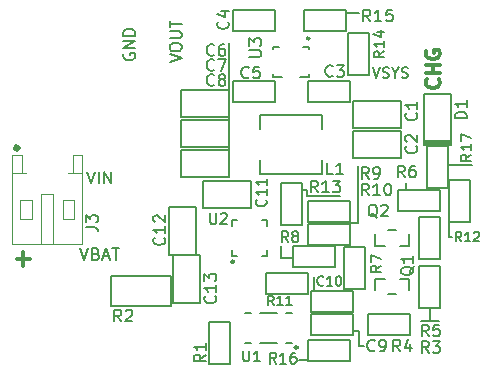
<source format=gto>
G04 #@! TF.GenerationSoftware,KiCad,Pcbnew,5.0.1-33cea8e~68~ubuntu18.04.1*
G04 #@! TF.CreationDate,2018-11-28T03:54:02-05:00*
G04 #@! TF.ProjectId,psu,7073752E6B696361645F706362000000,rev?*
G04 #@! TF.SameCoordinates,Original*
G04 #@! TF.FileFunction,Legend,Top*
G04 #@! TF.FilePolarity,Positive*
%FSLAX46Y46*%
G04 Gerber Fmt 4.6, Leading zero omitted, Abs format (unit mm)*
G04 Created by KiCad (PCBNEW 5.0.1-33cea8e~68~ubuntu18.04.1) date Wed Nov 28 03:54:02 2018*
%MOMM*%
%LPD*%
G01*
G04 APERTURE LIST*
%ADD10C,0.200000*%
%ADD11C,0.300000*%
%ADD12C,0.250000*%
%ADD13C,0.180000*%
%ADD14C,0.500000*%
%ADD15C,0.120000*%
G04 APERTURE END LIST*
D10*
X166878000Y-105791000D02*
X166878000Y-105156000D01*
X172466000Y-103632000D02*
X170561000Y-103632000D01*
X170561000Y-109728000D02*
X170815000Y-109728000D01*
X170561000Y-108458000D02*
X170561000Y-109728000D01*
D11*
X169656071Y-96424642D02*
X169713214Y-96481785D01*
X169770357Y-96653214D01*
X169770357Y-96767500D01*
X169713214Y-96938928D01*
X169598928Y-97053214D01*
X169484642Y-97110357D01*
X169256071Y-97167500D01*
X169084642Y-97167500D01*
X168856071Y-97110357D01*
X168741785Y-97053214D01*
X168627500Y-96938928D01*
X168570357Y-96767500D01*
X168570357Y-96653214D01*
X168627500Y-96481785D01*
X168684642Y-96424642D01*
X169770357Y-95910357D02*
X168570357Y-95910357D01*
X169141785Y-95910357D02*
X169141785Y-95224642D01*
X169770357Y-95224642D02*
X168570357Y-95224642D01*
X168627500Y-94024642D02*
X168570357Y-94138928D01*
X168570357Y-94310357D01*
X168627500Y-94481785D01*
X168741785Y-94596071D01*
X168856071Y-94653214D01*
X169084642Y-94710357D01*
X169256071Y-94710357D01*
X169484642Y-94653214D01*
X169598928Y-94596071D01*
X169713214Y-94481785D01*
X169770357Y-94310357D01*
X169770357Y-94196071D01*
X169713214Y-94024642D01*
X169656071Y-93967500D01*
X169256071Y-93967500D01*
X169256071Y-94196071D01*
D10*
X157861000Y-120142000D02*
X158496000Y-120142000D01*
X158496000Y-106299000D02*
X161290000Y-106299000D01*
X158496000Y-105791000D02*
X158496000Y-106299000D01*
X158115000Y-105791000D02*
X158496000Y-105791000D01*
X162814000Y-108585000D02*
X162052000Y-108585000D01*
X162814000Y-103759000D02*
X162814000Y-108585000D01*
D11*
X133921571Y-111613142D02*
X135064428Y-111613142D01*
X134493000Y-112184571D02*
X134493000Y-111041714D01*
D10*
X151892000Y-103505000D02*
X151892000Y-93345000D01*
X162941000Y-118999000D02*
X163322000Y-118999000D01*
X162941000Y-117729000D02*
X162941000Y-118999000D01*
X162433000Y-117729000D02*
X162941000Y-117729000D01*
X159131000Y-113157000D02*
X159131000Y-114300000D01*
X156337000Y-111506000D02*
X157226000Y-111506000D01*
X156337000Y-110490000D02*
X156337000Y-111506000D01*
X168148000Y-116840000D02*
X169672000Y-116840000D01*
X168910000Y-116840000D02*
X168910000Y-115824000D01*
X161798000Y-90805000D02*
X162941000Y-90805000D01*
D12*
G04 #@! TO.C,U2*
X152320000Y-111855000D02*
G75*
G03X152320000Y-111855000I-100000J0D01*
G01*
D13*
X152170000Y-111355000D02*
X152620000Y-111355000D01*
X152170000Y-111355000D02*
X152170000Y-110905000D01*
X152170000Y-108355000D02*
X152620000Y-108355000D01*
X155170000Y-108355000D02*
X154720000Y-108355000D01*
X155170000Y-108355000D02*
X155170000Y-108805000D01*
X155170000Y-111355000D02*
X155170000Y-110905000D01*
X155170000Y-111355000D02*
X154720000Y-111355000D01*
X152170000Y-108355000D02*
X152170000Y-108805000D01*
D12*
G04 #@! TO.C,U1*
X157732500Y-119125000D02*
G75*
G03X157732500Y-119125000I-125000J0D01*
G01*
D13*
X156757500Y-116225000D02*
X157257500Y-116225000D01*
X154557500Y-118725000D02*
X155957500Y-118725000D01*
X154557500Y-116225000D02*
X155957500Y-116225000D01*
X153757500Y-118725000D02*
X153257500Y-118725000D01*
X153257500Y-116225000D02*
X153757500Y-116225000D01*
X156707500Y-118725000D02*
X157257500Y-118725000D01*
D14*
G04 #@! TO.C,J3*
X134025000Y-102240000D02*
G75*
G03X134025000Y-102240000I-100000J0D01*
G01*
D15*
X137825000Y-106640000D02*
X138825000Y-106640000D01*
X137825000Y-108240000D02*
X137825000Y-106640000D01*
X138825000Y-108240000D02*
X137825000Y-108240000D01*
X138825000Y-106640000D02*
X138825000Y-108240000D01*
X135225000Y-106640000D02*
X134225000Y-106640000D01*
X135225000Y-108240000D02*
X135225000Y-106640000D01*
X134225000Y-108240000D02*
X135225000Y-108240000D01*
X134225000Y-106640000D02*
X134225000Y-108240000D01*
X139475000Y-104390000D02*
X138275000Y-104390000D01*
X138675000Y-102790000D02*
X138675000Y-104390000D01*
X139475000Y-102790000D02*
X138675000Y-102790000D01*
X139475000Y-110390000D02*
X139475000Y-102790000D01*
X133575000Y-110390000D02*
X139475000Y-110390000D01*
X133575000Y-102790000D02*
X133575000Y-110390000D01*
X134375000Y-102790000D02*
X133575000Y-102790000D01*
X134375000Y-104390000D02*
X134375000Y-102790000D01*
X134725000Y-104390000D02*
X133575000Y-104390000D01*
X137025000Y-106140000D02*
X137025000Y-110390000D01*
X136025000Y-106140000D02*
X137025000Y-106140000D01*
X136025000Y-110390000D02*
X136025000Y-106140000D01*
D12*
G04 #@! TO.C,U3*
X158712500Y-92932500D02*
G75*
G03X158712500Y-92932500I-100000J0D01*
G01*
D13*
X158662500Y-93682500D02*
X158212500Y-93682500D01*
X158662500Y-93682500D02*
X158662500Y-93882500D01*
X158662500Y-96182500D02*
X157962500Y-96182500D01*
X155662500Y-96182500D02*
X156362500Y-96182500D01*
X155662500Y-96182500D02*
X155662500Y-95982500D01*
X155662500Y-93682500D02*
X155662500Y-93882500D01*
X155662500Y-93682500D02*
X156112500Y-93682500D01*
X158662500Y-96182500D02*
X158662500Y-95982500D01*
G04 #@! TO.C,L1*
X159762500Y-99417500D02*
X159762500Y-100617500D01*
X154562500Y-99417500D02*
X154562500Y-100617500D01*
X154562500Y-104417500D02*
X154562500Y-103217500D01*
X159762500Y-104417500D02*
X159762500Y-103217500D01*
X154562500Y-99417500D02*
X159762500Y-99417500D01*
X159762500Y-104417500D02*
X154562500Y-104417500D01*
G04 #@! TO.C,Q1*
X165385000Y-114632500D02*
X166085000Y-114632500D01*
X167185000Y-113332500D02*
X167185000Y-114282500D01*
X164285000Y-113332500D02*
X164285000Y-114282500D01*
X167185000Y-113332500D02*
X166385000Y-113332500D01*
X164285000Y-113332500D02*
X165085000Y-113332500D01*
G04 #@! TO.C,Q2*
X166085000Y-109205000D02*
X165385000Y-109205000D01*
X164285000Y-110505000D02*
X164285000Y-109555000D01*
X167185000Y-110505000D02*
X167185000Y-109555000D01*
X164285000Y-110505000D02*
X165085000Y-110505000D01*
X167185000Y-110505000D02*
X166385000Y-110505000D01*
G04 #@! TO.C,C1*
X162433000Y-98234500D02*
X162433000Y-100520500D01*
X166497000Y-98234500D02*
X162433000Y-98234500D01*
X166497000Y-100520500D02*
X166497000Y-98234500D01*
X162433000Y-100520500D02*
X166497000Y-100520500D01*
G04 #@! TO.C,C2*
X162433000Y-100774500D02*
X162433000Y-103060500D01*
X166497000Y-100774500D02*
X162433000Y-100774500D01*
X166497000Y-103060500D02*
X166497000Y-100774500D01*
X162433000Y-103060500D02*
X166497000Y-103060500D01*
G04 #@! TO.C,C3*
X158559500Y-96583500D02*
X162115500Y-96583500D01*
X162115500Y-96583500D02*
X162115500Y-98361500D01*
X162115500Y-98361500D02*
X158559500Y-98361500D01*
X158559500Y-98361500D02*
X158559500Y-96583500D01*
G04 #@! TO.C,C5*
X155765500Y-96583500D02*
X155765500Y-98361500D01*
X152209500Y-96583500D02*
X155765500Y-96583500D01*
X152209500Y-98361500D02*
X152209500Y-96583500D01*
X155765500Y-98361500D02*
X152209500Y-98361500D01*
G04 #@! TO.C,C6*
X151892000Y-99568000D02*
X151892000Y-97282000D01*
X147828000Y-99568000D02*
X151892000Y-99568000D01*
X147828000Y-97282000D02*
X147828000Y-99568000D01*
X151892000Y-97282000D02*
X147828000Y-97282000D01*
G04 #@! TO.C,C7*
X151892000Y-102108000D02*
X151892000Y-99822000D01*
X147828000Y-102108000D02*
X151892000Y-102108000D01*
X147828000Y-99822000D02*
X147828000Y-102108000D01*
X151892000Y-99822000D02*
X147828000Y-99822000D01*
G04 #@! TO.C,C8*
X151892000Y-104648000D02*
X151892000Y-102362000D01*
X147828000Y-104648000D02*
X151892000Y-104648000D01*
X147828000Y-102362000D02*
X147828000Y-104648000D01*
X151892000Y-102362000D02*
X147828000Y-102362000D01*
G04 #@! TO.C,R2*
X141922500Y-115570000D02*
X147002500Y-115570000D01*
X147002500Y-115570000D02*
X147002500Y-113030000D01*
X147002500Y-113030000D02*
X141922500Y-113030000D01*
X141922500Y-113030000D02*
X141922500Y-115570000D01*
G04 #@! TO.C,C4*
X152209500Y-90551000D02*
X155765500Y-90551000D01*
X155765500Y-90551000D02*
X155765500Y-92329000D01*
X155765500Y-92329000D02*
X152209500Y-92329000D01*
X152209500Y-92329000D02*
X152209500Y-90551000D01*
G04 #@! TO.C,R1*
X152019000Y-116967000D02*
X152019000Y-120523000D01*
X152019000Y-120523000D02*
X150241000Y-120523000D01*
X150241000Y-120523000D02*
X150241000Y-116967000D01*
X150241000Y-116967000D02*
X152019000Y-116967000D01*
G04 #@! TO.C,R3*
X168021000Y-112204500D02*
X169799000Y-112204500D01*
X168021000Y-115760500D02*
X168021000Y-112204500D01*
X169799000Y-115760500D02*
X168021000Y-115760500D01*
X169799000Y-112204500D02*
X169799000Y-115760500D01*
G04 #@! TO.C,R4*
X167195500Y-118046500D02*
X163639500Y-118046500D01*
X163639500Y-118046500D02*
X163639500Y-116268500D01*
X163639500Y-116268500D02*
X167195500Y-116268500D01*
X167195500Y-116268500D02*
X167195500Y-118046500D01*
G04 #@! TO.C,R5*
X169799000Y-111633000D02*
X168021000Y-111633000D01*
X169799000Y-108077000D02*
X169799000Y-111633000D01*
X168021000Y-108077000D02*
X169799000Y-108077000D01*
X168021000Y-111633000D02*
X168021000Y-108077000D01*
G04 #@! TO.C,R6*
X169735500Y-107569000D02*
X166179500Y-107569000D01*
X166179500Y-107569000D02*
X166179500Y-105791000D01*
X166179500Y-105791000D02*
X169735500Y-105791000D01*
X169735500Y-105791000D02*
X169735500Y-107569000D01*
G04 #@! TO.C,R7*
X163449000Y-114173000D02*
X161671000Y-114173000D01*
X163449000Y-110617000D02*
X163449000Y-114173000D01*
X161671000Y-110617000D02*
X163449000Y-110617000D01*
X161671000Y-114173000D02*
X161671000Y-110617000D01*
G04 #@! TO.C,R11*
X158623000Y-114554000D02*
X155067000Y-114554000D01*
X155067000Y-114554000D02*
X155067000Y-112776000D01*
X155067000Y-112776000D02*
X158623000Y-112776000D01*
X158623000Y-112776000D02*
X158623000Y-114554000D01*
G04 #@! TO.C,R12*
X172339000Y-108458000D02*
X170561000Y-108458000D01*
X172339000Y-104902000D02*
X172339000Y-108458000D01*
X170561000Y-104902000D02*
X172339000Y-104902000D01*
X170561000Y-108458000D02*
X170561000Y-104902000D01*
G04 #@! TO.C,R14*
X163766500Y-92519500D02*
X163766500Y-96075500D01*
X163766500Y-96075500D02*
X161988500Y-96075500D01*
X161988500Y-96075500D02*
X161988500Y-92519500D01*
X161988500Y-92519500D02*
X163766500Y-92519500D01*
G04 #@! TO.C,R15*
X158242000Y-92329000D02*
X158242000Y-90551000D01*
X161798000Y-92329000D02*
X158242000Y-92329000D01*
X161798000Y-90551000D02*
X161798000Y-92329000D01*
X158242000Y-90551000D02*
X161798000Y-90551000D01*
G04 #@! TO.C,R8*
X160845500Y-112331500D02*
X157289500Y-112331500D01*
X157289500Y-112331500D02*
X157289500Y-110553500D01*
X157289500Y-110553500D02*
X160845500Y-110553500D01*
X160845500Y-110553500D02*
X160845500Y-112331500D01*
G04 #@! TO.C,R9*
X162115500Y-106743500D02*
X162115500Y-108521500D01*
X158559500Y-106743500D02*
X162115500Y-106743500D01*
X158559500Y-108521500D02*
X158559500Y-106743500D01*
X162115500Y-108521500D02*
X158559500Y-108521500D01*
G04 #@! TO.C,R10*
X162115500Y-108648500D02*
X162115500Y-110426500D01*
X158559500Y-108648500D02*
X162115500Y-108648500D01*
X158559500Y-110426500D02*
X158559500Y-108648500D01*
X162115500Y-110426500D02*
X158559500Y-110426500D01*
G04 #@! TO.C,C9*
X158877000Y-116268500D02*
X162433000Y-116268500D01*
X162433000Y-116268500D02*
X162433000Y-118046500D01*
X162433000Y-118046500D02*
X158877000Y-118046500D01*
X158877000Y-118046500D02*
X158877000Y-116268500D01*
G04 #@! TO.C,C10*
X162433000Y-116141500D02*
X158877000Y-116141500D01*
X158877000Y-116141500D02*
X158877000Y-114363500D01*
X158877000Y-114363500D02*
X162433000Y-114363500D01*
X162433000Y-114363500D02*
X162433000Y-116141500D01*
G04 #@! TO.C,R16*
X158559500Y-118491000D02*
X162115500Y-118491000D01*
X162115500Y-118491000D02*
X162115500Y-120269000D01*
X162115500Y-120269000D02*
X158559500Y-120269000D01*
X158559500Y-120269000D02*
X158559500Y-118491000D01*
G04 #@! TO.C,C11*
X149733000Y-107315000D02*
X153797000Y-107315000D01*
X153797000Y-107315000D02*
X153797000Y-105029000D01*
X153797000Y-105029000D02*
X149733000Y-105029000D01*
X149733000Y-105029000D02*
X149733000Y-107315000D01*
G04 #@! TO.C,C12*
X146812000Y-107188000D02*
X146812000Y-111252000D01*
X146812000Y-111252000D02*
X149098000Y-111252000D01*
X149098000Y-111252000D02*
X149098000Y-107188000D01*
X149098000Y-107188000D02*
X146812000Y-107188000D01*
G04 #@! TO.C,C13*
X149415500Y-111315500D02*
X147129500Y-111315500D01*
X149415500Y-115379500D02*
X149415500Y-111315500D01*
X147129500Y-115379500D02*
X149415500Y-115379500D01*
X147129500Y-111315500D02*
X147129500Y-115379500D01*
G04 #@! TO.C,R13*
X156273500Y-108775500D02*
X156273500Y-105219500D01*
X156273500Y-105219500D02*
X158051500Y-105219500D01*
X158051500Y-105219500D02*
X158051500Y-108775500D01*
X158051500Y-108775500D02*
X156273500Y-108775500D01*
G04 #@! TO.C,D1*
X170688000Y-101600000D02*
X168402000Y-101600000D01*
X170688000Y-101981000D02*
X170688000Y-97663000D01*
X170688000Y-97663000D02*
X168402000Y-97663000D01*
X168402000Y-97663000D02*
X168402000Y-101981000D01*
X168402000Y-101981000D02*
X170688000Y-101981000D01*
X170688000Y-101727000D02*
X168402000Y-101727000D01*
X170688000Y-101854000D02*
X168402000Y-101854000D01*
G04 #@! TO.C,R17*
X170434000Y-102044500D02*
X170434000Y-105600500D01*
X170434000Y-105600500D02*
X168656000Y-105600500D01*
X168656000Y-105600500D02*
X168656000Y-102044500D01*
X168656000Y-102044500D02*
X170434000Y-102044500D01*
G04 #@! TO.C,TP2*
X139874761Y-104227380D02*
X140208095Y-105227380D01*
X140541428Y-104227380D01*
X140874761Y-105227380D02*
X140874761Y-104227380D01*
X141350952Y-105227380D02*
X141350952Y-104227380D01*
X141922380Y-105227380D01*
X141922380Y-104227380D01*
G04 #@! TO.C,TP3*
D10*
X164065142Y-95392142D02*
X164365142Y-96292142D01*
X164665142Y-95392142D01*
X164922285Y-96249285D02*
X165050857Y-96292142D01*
X165265142Y-96292142D01*
X165350857Y-96249285D01*
X165393714Y-96206428D01*
X165436571Y-96120714D01*
X165436571Y-96035000D01*
X165393714Y-95949285D01*
X165350857Y-95906428D01*
X165265142Y-95863571D01*
X165093714Y-95820714D01*
X165008000Y-95777857D01*
X164965142Y-95735000D01*
X164922285Y-95649285D01*
X164922285Y-95563571D01*
X164965142Y-95477857D01*
X165008000Y-95435000D01*
X165093714Y-95392142D01*
X165308000Y-95392142D01*
X165436571Y-95435000D01*
X165993714Y-95863571D02*
X165993714Y-96292142D01*
X165693714Y-95392142D02*
X165993714Y-95863571D01*
X166293714Y-95392142D01*
X166550857Y-96249285D02*
X166679428Y-96292142D01*
X166893714Y-96292142D01*
X166979428Y-96249285D01*
X167022285Y-96206428D01*
X167065142Y-96120714D01*
X167065142Y-96035000D01*
X167022285Y-95949285D01*
X166979428Y-95906428D01*
X166893714Y-95863571D01*
X166722285Y-95820714D01*
X166636571Y-95777857D01*
X166593714Y-95735000D01*
X166550857Y-95649285D01*
X166550857Y-95563571D01*
X166593714Y-95477857D01*
X166636571Y-95435000D01*
X166722285Y-95392142D01*
X166936571Y-95392142D01*
X167065142Y-95435000D01*
G04 #@! TO.C,TP4*
D13*
X143010000Y-94233904D02*
X142962380Y-94329142D01*
X142962380Y-94472000D01*
X143010000Y-94614857D01*
X143105238Y-94710095D01*
X143200476Y-94757714D01*
X143390952Y-94805333D01*
X143533809Y-94805333D01*
X143724285Y-94757714D01*
X143819523Y-94710095D01*
X143914761Y-94614857D01*
X143962380Y-94472000D01*
X143962380Y-94376761D01*
X143914761Y-94233904D01*
X143867142Y-94186285D01*
X143533809Y-94186285D01*
X143533809Y-94376761D01*
X143962380Y-93757714D02*
X142962380Y-93757714D01*
X143962380Y-93186285D01*
X142962380Y-93186285D01*
X143962380Y-92710095D02*
X142962380Y-92710095D01*
X142962380Y-92472000D01*
X143010000Y-92329142D01*
X143105238Y-92233904D01*
X143200476Y-92186285D01*
X143390952Y-92138666D01*
X143533809Y-92138666D01*
X143724285Y-92186285D01*
X143819523Y-92233904D01*
X143914761Y-92329142D01*
X143962380Y-92472000D01*
X143962380Y-92710095D01*
G04 #@! TO.C,TP5*
X146899380Y-94979904D02*
X147899380Y-94646571D01*
X146899380Y-94313238D01*
X146899380Y-93789428D02*
X146899380Y-93598952D01*
X146947000Y-93503714D01*
X147042238Y-93408476D01*
X147232714Y-93360857D01*
X147566047Y-93360857D01*
X147756523Y-93408476D01*
X147851761Y-93503714D01*
X147899380Y-93598952D01*
X147899380Y-93789428D01*
X147851761Y-93884666D01*
X147756523Y-93979904D01*
X147566047Y-94027523D01*
X147232714Y-94027523D01*
X147042238Y-93979904D01*
X146947000Y-93884666D01*
X146899380Y-93789428D01*
X146899380Y-92932285D02*
X147708904Y-92932285D01*
X147804142Y-92884666D01*
X147851761Y-92837047D01*
X147899380Y-92741809D01*
X147899380Y-92551333D01*
X147851761Y-92456095D01*
X147804142Y-92408476D01*
X147708904Y-92360857D01*
X146899380Y-92360857D01*
X146899380Y-92027523D02*
X146899380Y-91456095D01*
X147899380Y-91741809D02*
X146899380Y-91741809D01*
G04 #@! TO.C,TP1*
X139327142Y-110704380D02*
X139660476Y-111704380D01*
X139993809Y-110704380D01*
X140660476Y-111180571D02*
X140803333Y-111228190D01*
X140850952Y-111275809D01*
X140898571Y-111371047D01*
X140898571Y-111513904D01*
X140850952Y-111609142D01*
X140803333Y-111656761D01*
X140708095Y-111704380D01*
X140327142Y-111704380D01*
X140327142Y-110704380D01*
X140660476Y-110704380D01*
X140755714Y-110752000D01*
X140803333Y-110799619D01*
X140850952Y-110894857D01*
X140850952Y-110990095D01*
X140803333Y-111085333D01*
X140755714Y-111132952D01*
X140660476Y-111180571D01*
X140327142Y-111180571D01*
X141279523Y-111418666D02*
X141755714Y-111418666D01*
X141184285Y-111704380D02*
X141517619Y-110704380D01*
X141850952Y-111704380D01*
X142041428Y-110704380D02*
X142612857Y-110704380D01*
X142327142Y-111704380D02*
X142327142Y-110704380D01*
G04 #@! TO.C,U2*
X150318285Y-107769142D02*
X150318285Y-108497714D01*
X150361142Y-108583428D01*
X150404000Y-108626285D01*
X150489714Y-108669142D01*
X150661142Y-108669142D01*
X150746857Y-108626285D01*
X150789714Y-108583428D01*
X150832571Y-108497714D01*
X150832571Y-107769142D01*
X151218285Y-107854857D02*
X151261142Y-107812000D01*
X151346857Y-107769142D01*
X151561142Y-107769142D01*
X151646857Y-107812000D01*
X151689714Y-107854857D01*
X151732571Y-107940571D01*
X151732571Y-108026285D01*
X151689714Y-108154857D01*
X151175428Y-108669142D01*
X151732571Y-108669142D01*
G04 #@! TO.C,U1*
X153111285Y-119395142D02*
X153111285Y-120123714D01*
X153154142Y-120209428D01*
X153197000Y-120252285D01*
X153282714Y-120295142D01*
X153454142Y-120295142D01*
X153539857Y-120252285D01*
X153582714Y-120209428D01*
X153625571Y-120123714D01*
X153625571Y-119395142D01*
X154525571Y-120295142D02*
X154011285Y-120295142D01*
X154268428Y-120295142D02*
X154268428Y-119395142D01*
X154182714Y-119523714D01*
X154097000Y-119609428D01*
X154011285Y-119652285D01*
G04 #@! TO.C,J3*
X139787380Y-108918333D02*
X140501666Y-108918333D01*
X140644523Y-108965952D01*
X140739761Y-109061190D01*
X140787380Y-109204047D01*
X140787380Y-109299285D01*
X139787380Y-108537380D02*
X139787380Y-107918333D01*
X140168333Y-108251666D01*
X140168333Y-108108809D01*
X140215952Y-108013571D01*
X140263571Y-107965952D01*
X140358809Y-107918333D01*
X140596904Y-107918333D01*
X140692142Y-107965952D01*
X140739761Y-108013571D01*
X140787380Y-108108809D01*
X140787380Y-108394523D01*
X140739761Y-108489761D01*
X140692142Y-108537380D01*
G04 #@! TO.C,U3*
X153638380Y-94513904D02*
X154447904Y-94513904D01*
X154543142Y-94466285D01*
X154590761Y-94418666D01*
X154638380Y-94323428D01*
X154638380Y-94132952D01*
X154590761Y-94037714D01*
X154543142Y-93990095D01*
X154447904Y-93942476D01*
X153638380Y-93942476D01*
X153638380Y-93561523D02*
X153638380Y-92942476D01*
X154019333Y-93275809D01*
X154019333Y-93132952D01*
X154066952Y-93037714D01*
X154114571Y-92990095D01*
X154209809Y-92942476D01*
X154447904Y-92942476D01*
X154543142Y-92990095D01*
X154590761Y-93037714D01*
X154638380Y-93132952D01*
X154638380Y-93418666D01*
X154590761Y-93513904D01*
X154543142Y-93561523D01*
G04 #@! TO.C,L1*
X160724285Y-104473380D02*
X160248095Y-104473380D01*
X160248095Y-103473380D01*
X161581428Y-104473380D02*
X161010000Y-104473380D01*
X161295714Y-104473380D02*
X161295714Y-103473380D01*
X161200476Y-103616238D01*
X161105238Y-103711476D01*
X161010000Y-103759095D01*
G04 #@! TO.C,Q1*
X167560619Y-112262238D02*
X167513000Y-112357476D01*
X167417761Y-112452714D01*
X167274904Y-112595571D01*
X167227285Y-112690809D01*
X167227285Y-112786047D01*
X167465380Y-112738428D02*
X167417761Y-112833666D01*
X167322523Y-112928904D01*
X167132047Y-112976523D01*
X166798714Y-112976523D01*
X166608238Y-112928904D01*
X166513000Y-112833666D01*
X166465380Y-112738428D01*
X166465380Y-112547952D01*
X166513000Y-112452714D01*
X166608238Y-112357476D01*
X166798714Y-112309857D01*
X167132047Y-112309857D01*
X167322523Y-112357476D01*
X167417761Y-112452714D01*
X167465380Y-112547952D01*
X167465380Y-112738428D01*
X167465380Y-111357476D02*
X167465380Y-111928904D01*
X167465380Y-111643190D02*
X166465380Y-111643190D01*
X166608238Y-111738428D01*
X166703476Y-111833666D01*
X166751095Y-111928904D01*
G04 #@! TO.C,Q2*
X164470761Y-108124619D02*
X164375523Y-108077000D01*
X164280285Y-107981761D01*
X164137428Y-107838904D01*
X164042190Y-107791285D01*
X163946952Y-107791285D01*
X163994571Y-108029380D02*
X163899333Y-107981761D01*
X163804095Y-107886523D01*
X163756476Y-107696047D01*
X163756476Y-107362714D01*
X163804095Y-107172238D01*
X163899333Y-107077000D01*
X163994571Y-107029380D01*
X164185047Y-107029380D01*
X164280285Y-107077000D01*
X164375523Y-107172238D01*
X164423142Y-107362714D01*
X164423142Y-107696047D01*
X164375523Y-107886523D01*
X164280285Y-107981761D01*
X164185047Y-108029380D01*
X163994571Y-108029380D01*
X164804095Y-107124619D02*
X164851714Y-107077000D01*
X164946952Y-107029380D01*
X165185047Y-107029380D01*
X165280285Y-107077000D01*
X165327904Y-107124619D01*
X165375523Y-107219857D01*
X165375523Y-107315095D01*
X165327904Y-107457952D01*
X164756476Y-108029380D01*
X165375523Y-108029380D01*
G04 #@! TO.C,C1*
X167751142Y-99276476D02*
X167798761Y-99324095D01*
X167846380Y-99466952D01*
X167846380Y-99562190D01*
X167798761Y-99705047D01*
X167703523Y-99800285D01*
X167608285Y-99847904D01*
X167417809Y-99895523D01*
X167274952Y-99895523D01*
X167084476Y-99847904D01*
X166989238Y-99800285D01*
X166894000Y-99705047D01*
X166846380Y-99562190D01*
X166846380Y-99466952D01*
X166894000Y-99324095D01*
X166941619Y-99276476D01*
X167846380Y-98324095D02*
X167846380Y-98895523D01*
X167846380Y-98609809D02*
X166846380Y-98609809D01*
X166989238Y-98705047D01*
X167084476Y-98800285D01*
X167132095Y-98895523D01*
G04 #@! TO.C,C2*
X167751142Y-102070476D02*
X167798761Y-102118095D01*
X167846380Y-102260952D01*
X167846380Y-102356190D01*
X167798761Y-102499047D01*
X167703523Y-102594285D01*
X167608285Y-102641904D01*
X167417809Y-102689523D01*
X167274952Y-102689523D01*
X167084476Y-102641904D01*
X166989238Y-102594285D01*
X166894000Y-102499047D01*
X166846380Y-102356190D01*
X166846380Y-102260952D01*
X166894000Y-102118095D01*
X166941619Y-102070476D01*
X166941619Y-101689523D02*
X166894000Y-101641904D01*
X166846380Y-101546666D01*
X166846380Y-101308571D01*
X166894000Y-101213333D01*
X166941619Y-101165714D01*
X167036857Y-101118095D01*
X167132095Y-101118095D01*
X167274952Y-101165714D01*
X167846380Y-101737142D01*
X167846380Y-101118095D01*
G04 #@! TO.C,C3*
X160692523Y-96123142D02*
X160644904Y-96170761D01*
X160502047Y-96218380D01*
X160406809Y-96218380D01*
X160263952Y-96170761D01*
X160168714Y-96075523D01*
X160121095Y-95980285D01*
X160073476Y-95789809D01*
X160073476Y-95646952D01*
X160121095Y-95456476D01*
X160168714Y-95361238D01*
X160263952Y-95266000D01*
X160406809Y-95218380D01*
X160502047Y-95218380D01*
X160644904Y-95266000D01*
X160692523Y-95313619D01*
X161025857Y-95218380D02*
X161644904Y-95218380D01*
X161311571Y-95599333D01*
X161454428Y-95599333D01*
X161549666Y-95646952D01*
X161597285Y-95694571D01*
X161644904Y-95789809D01*
X161644904Y-96027904D01*
X161597285Y-96123142D01*
X161549666Y-96170761D01*
X161454428Y-96218380D01*
X161168714Y-96218380D01*
X161073476Y-96170761D01*
X161025857Y-96123142D01*
G04 #@! TO.C,C5*
X153580523Y-96250142D02*
X153532904Y-96297761D01*
X153390047Y-96345380D01*
X153294809Y-96345380D01*
X153151952Y-96297761D01*
X153056714Y-96202523D01*
X153009095Y-96107285D01*
X152961476Y-95916809D01*
X152961476Y-95773952D01*
X153009095Y-95583476D01*
X153056714Y-95488238D01*
X153151952Y-95393000D01*
X153294809Y-95345380D01*
X153390047Y-95345380D01*
X153532904Y-95393000D01*
X153580523Y-95440619D01*
X154485285Y-95345380D02*
X154009095Y-95345380D01*
X153961476Y-95821571D01*
X154009095Y-95773952D01*
X154104333Y-95726333D01*
X154342428Y-95726333D01*
X154437666Y-95773952D01*
X154485285Y-95821571D01*
X154532904Y-95916809D01*
X154532904Y-96154904D01*
X154485285Y-96250142D01*
X154437666Y-96297761D01*
X154342428Y-96345380D01*
X154104333Y-96345380D01*
X154009095Y-96297761D01*
X153961476Y-96250142D01*
G04 #@! TO.C,C6*
X150659523Y-94345142D02*
X150611904Y-94392761D01*
X150469047Y-94440380D01*
X150373809Y-94440380D01*
X150230952Y-94392761D01*
X150135714Y-94297523D01*
X150088095Y-94202285D01*
X150040476Y-94011809D01*
X150040476Y-93868952D01*
X150088095Y-93678476D01*
X150135714Y-93583238D01*
X150230952Y-93488000D01*
X150373809Y-93440380D01*
X150469047Y-93440380D01*
X150611904Y-93488000D01*
X150659523Y-93535619D01*
X151516666Y-93440380D02*
X151326190Y-93440380D01*
X151230952Y-93488000D01*
X151183333Y-93535619D01*
X151088095Y-93678476D01*
X151040476Y-93868952D01*
X151040476Y-94249904D01*
X151088095Y-94345142D01*
X151135714Y-94392761D01*
X151230952Y-94440380D01*
X151421428Y-94440380D01*
X151516666Y-94392761D01*
X151564285Y-94345142D01*
X151611904Y-94249904D01*
X151611904Y-94011809D01*
X151564285Y-93916571D01*
X151516666Y-93868952D01*
X151421428Y-93821333D01*
X151230952Y-93821333D01*
X151135714Y-93868952D01*
X151088095Y-93916571D01*
X151040476Y-94011809D01*
G04 #@! TO.C,C7*
X150659523Y-95615142D02*
X150611904Y-95662761D01*
X150469047Y-95710380D01*
X150373809Y-95710380D01*
X150230952Y-95662761D01*
X150135714Y-95567523D01*
X150088095Y-95472285D01*
X150040476Y-95281809D01*
X150040476Y-95138952D01*
X150088095Y-94948476D01*
X150135714Y-94853238D01*
X150230952Y-94758000D01*
X150373809Y-94710380D01*
X150469047Y-94710380D01*
X150611904Y-94758000D01*
X150659523Y-94805619D01*
X150992857Y-94710380D02*
X151659523Y-94710380D01*
X151230952Y-95710380D01*
G04 #@! TO.C,C8*
X150659523Y-96885142D02*
X150611904Y-96932761D01*
X150469047Y-96980380D01*
X150373809Y-96980380D01*
X150230952Y-96932761D01*
X150135714Y-96837523D01*
X150088095Y-96742285D01*
X150040476Y-96551809D01*
X150040476Y-96408952D01*
X150088095Y-96218476D01*
X150135714Y-96123238D01*
X150230952Y-96028000D01*
X150373809Y-95980380D01*
X150469047Y-95980380D01*
X150611904Y-96028000D01*
X150659523Y-96075619D01*
X151230952Y-96408952D02*
X151135714Y-96361333D01*
X151088095Y-96313714D01*
X151040476Y-96218476D01*
X151040476Y-96170857D01*
X151088095Y-96075619D01*
X151135714Y-96028000D01*
X151230952Y-95980380D01*
X151421428Y-95980380D01*
X151516666Y-96028000D01*
X151564285Y-96075619D01*
X151611904Y-96170857D01*
X151611904Y-96218476D01*
X151564285Y-96313714D01*
X151516666Y-96361333D01*
X151421428Y-96408952D01*
X151230952Y-96408952D01*
X151135714Y-96456571D01*
X151088095Y-96504190D01*
X151040476Y-96599428D01*
X151040476Y-96789904D01*
X151088095Y-96885142D01*
X151135714Y-96932761D01*
X151230952Y-96980380D01*
X151421428Y-96980380D01*
X151516666Y-96932761D01*
X151564285Y-96885142D01*
X151611904Y-96789904D01*
X151611904Y-96599428D01*
X151564285Y-96504190D01*
X151516666Y-96456571D01*
X151421428Y-96408952D01*
G04 #@! TO.C,R2*
X142785523Y-116919380D02*
X142452190Y-116443190D01*
X142214095Y-116919380D02*
X142214095Y-115919380D01*
X142595047Y-115919380D01*
X142690285Y-115967000D01*
X142737904Y-116014619D01*
X142785523Y-116109857D01*
X142785523Y-116252714D01*
X142737904Y-116347952D01*
X142690285Y-116395571D01*
X142595047Y-116443190D01*
X142214095Y-116443190D01*
X143166476Y-116014619D02*
X143214095Y-115967000D01*
X143309333Y-115919380D01*
X143547428Y-115919380D01*
X143642666Y-115967000D01*
X143690285Y-116014619D01*
X143737904Y-116109857D01*
X143737904Y-116205095D01*
X143690285Y-116347952D01*
X143118857Y-116919380D01*
X143737904Y-116919380D01*
G04 #@! TO.C,C4*
X151812642Y-91529476D02*
X151860261Y-91577095D01*
X151907880Y-91719952D01*
X151907880Y-91815190D01*
X151860261Y-91958047D01*
X151765023Y-92053285D01*
X151669785Y-92100904D01*
X151479309Y-92148523D01*
X151336452Y-92148523D01*
X151145976Y-92100904D01*
X151050738Y-92053285D01*
X150955500Y-91958047D01*
X150907880Y-91815190D01*
X150907880Y-91719952D01*
X150955500Y-91577095D01*
X151003119Y-91529476D01*
X151241214Y-90672333D02*
X151907880Y-90672333D01*
X150860261Y-90910428D02*
X151574547Y-91148523D01*
X151574547Y-90529476D01*
G04 #@! TO.C,R1*
X149939380Y-119723476D02*
X149463190Y-120056809D01*
X149939380Y-120294904D02*
X148939380Y-120294904D01*
X148939380Y-119913952D01*
X148987000Y-119818714D01*
X149034619Y-119771095D01*
X149129857Y-119723476D01*
X149272714Y-119723476D01*
X149367952Y-119771095D01*
X149415571Y-119818714D01*
X149463190Y-119913952D01*
X149463190Y-120294904D01*
X149939380Y-118771095D02*
X149939380Y-119342523D01*
X149939380Y-119056809D02*
X148939380Y-119056809D01*
X149082238Y-119152047D01*
X149177476Y-119247285D01*
X149225095Y-119342523D01*
G04 #@! TO.C,R3*
X168820523Y-119586380D02*
X168487190Y-119110190D01*
X168249095Y-119586380D02*
X168249095Y-118586380D01*
X168630047Y-118586380D01*
X168725285Y-118634000D01*
X168772904Y-118681619D01*
X168820523Y-118776857D01*
X168820523Y-118919714D01*
X168772904Y-119014952D01*
X168725285Y-119062571D01*
X168630047Y-119110190D01*
X168249095Y-119110190D01*
X169153857Y-118586380D02*
X169772904Y-118586380D01*
X169439571Y-118967333D01*
X169582428Y-118967333D01*
X169677666Y-119014952D01*
X169725285Y-119062571D01*
X169772904Y-119157809D01*
X169772904Y-119395904D01*
X169725285Y-119491142D01*
X169677666Y-119538761D01*
X169582428Y-119586380D01*
X169296714Y-119586380D01*
X169201476Y-119538761D01*
X169153857Y-119491142D01*
G04 #@! TO.C,R4*
X166407523Y-119459380D02*
X166074190Y-118983190D01*
X165836095Y-119459380D02*
X165836095Y-118459380D01*
X166217047Y-118459380D01*
X166312285Y-118507000D01*
X166359904Y-118554619D01*
X166407523Y-118649857D01*
X166407523Y-118792714D01*
X166359904Y-118887952D01*
X166312285Y-118935571D01*
X166217047Y-118983190D01*
X165836095Y-118983190D01*
X167264666Y-118792714D02*
X167264666Y-119459380D01*
X167026571Y-118411761D02*
X166788476Y-119126047D01*
X167407523Y-119126047D01*
G04 #@! TO.C,R5*
X168820523Y-118189380D02*
X168487190Y-117713190D01*
X168249095Y-118189380D02*
X168249095Y-117189380D01*
X168630047Y-117189380D01*
X168725285Y-117237000D01*
X168772904Y-117284619D01*
X168820523Y-117379857D01*
X168820523Y-117522714D01*
X168772904Y-117617952D01*
X168725285Y-117665571D01*
X168630047Y-117713190D01*
X168249095Y-117713190D01*
X169725285Y-117189380D02*
X169249095Y-117189380D01*
X169201476Y-117665571D01*
X169249095Y-117617952D01*
X169344333Y-117570333D01*
X169582428Y-117570333D01*
X169677666Y-117617952D01*
X169725285Y-117665571D01*
X169772904Y-117760809D01*
X169772904Y-117998904D01*
X169725285Y-118094142D01*
X169677666Y-118141761D01*
X169582428Y-118189380D01*
X169344333Y-118189380D01*
X169249095Y-118141761D01*
X169201476Y-118094142D01*
G04 #@! TO.C,R6*
X166788523Y-104727380D02*
X166455190Y-104251190D01*
X166217095Y-104727380D02*
X166217095Y-103727380D01*
X166598047Y-103727380D01*
X166693285Y-103775000D01*
X166740904Y-103822619D01*
X166788523Y-103917857D01*
X166788523Y-104060714D01*
X166740904Y-104155952D01*
X166693285Y-104203571D01*
X166598047Y-104251190D01*
X166217095Y-104251190D01*
X167645666Y-103727380D02*
X167455190Y-103727380D01*
X167359952Y-103775000D01*
X167312333Y-103822619D01*
X167217095Y-103965476D01*
X167169476Y-104155952D01*
X167169476Y-104536904D01*
X167217095Y-104632142D01*
X167264714Y-104679761D01*
X167359952Y-104727380D01*
X167550428Y-104727380D01*
X167645666Y-104679761D01*
X167693285Y-104632142D01*
X167740904Y-104536904D01*
X167740904Y-104298809D01*
X167693285Y-104203571D01*
X167645666Y-104155952D01*
X167550428Y-104108333D01*
X167359952Y-104108333D01*
X167264714Y-104155952D01*
X167217095Y-104203571D01*
X167169476Y-104298809D01*
G04 #@! TO.C,R7*
X164803142Y-112184428D02*
X164374571Y-112484428D01*
X164803142Y-112698714D02*
X163903142Y-112698714D01*
X163903142Y-112355857D01*
X163946000Y-112270142D01*
X163988857Y-112227285D01*
X164074571Y-112184428D01*
X164203142Y-112184428D01*
X164288857Y-112227285D01*
X164331714Y-112270142D01*
X164374571Y-112355857D01*
X164374571Y-112698714D01*
X163903142Y-111884428D02*
X163903142Y-111284428D01*
X164803142Y-111670142D01*
G04 #@! TO.C,R11*
X155704619Y-115531904D02*
X155437952Y-115150952D01*
X155247476Y-115531904D02*
X155247476Y-114731904D01*
X155552238Y-114731904D01*
X155628428Y-114770000D01*
X155666523Y-114808095D01*
X155704619Y-114884285D01*
X155704619Y-114998571D01*
X155666523Y-115074761D01*
X155628428Y-115112857D01*
X155552238Y-115150952D01*
X155247476Y-115150952D01*
X156466523Y-115531904D02*
X156009380Y-115531904D01*
X156237952Y-115531904D02*
X156237952Y-114731904D01*
X156161761Y-114846190D01*
X156085571Y-114922380D01*
X156009380Y-114960476D01*
X157228428Y-115531904D02*
X156771285Y-115531904D01*
X156999857Y-115531904D02*
X156999857Y-114731904D01*
X156923666Y-114846190D01*
X156847476Y-114922380D01*
X156771285Y-114960476D01*
G04 #@! TO.C,R12*
X171579619Y-110134404D02*
X171312952Y-109753452D01*
X171122476Y-110134404D02*
X171122476Y-109334404D01*
X171427238Y-109334404D01*
X171503428Y-109372500D01*
X171541523Y-109410595D01*
X171579619Y-109486785D01*
X171579619Y-109601071D01*
X171541523Y-109677261D01*
X171503428Y-109715357D01*
X171427238Y-109753452D01*
X171122476Y-109753452D01*
X172341523Y-110134404D02*
X171884380Y-110134404D01*
X172112952Y-110134404D02*
X172112952Y-109334404D01*
X172036761Y-109448690D01*
X171960571Y-109524880D01*
X171884380Y-109562976D01*
X172646285Y-109410595D02*
X172684380Y-109372500D01*
X172760571Y-109334404D01*
X172951047Y-109334404D01*
X173027238Y-109372500D01*
X173065333Y-109410595D01*
X173103428Y-109486785D01*
X173103428Y-109562976D01*
X173065333Y-109677261D01*
X172608190Y-110134404D01*
X173103428Y-110134404D01*
G04 #@! TO.C,R14*
X165057142Y-94023428D02*
X164628571Y-94323428D01*
X165057142Y-94537714D02*
X164157142Y-94537714D01*
X164157142Y-94194857D01*
X164200000Y-94109142D01*
X164242857Y-94066285D01*
X164328571Y-94023428D01*
X164457142Y-94023428D01*
X164542857Y-94066285D01*
X164585714Y-94109142D01*
X164628571Y-94194857D01*
X164628571Y-94537714D01*
X165057142Y-93166285D02*
X165057142Y-93680571D01*
X165057142Y-93423428D02*
X164157142Y-93423428D01*
X164285714Y-93509142D01*
X164371428Y-93594857D01*
X164414285Y-93680571D01*
X164457142Y-92394857D02*
X165057142Y-92394857D01*
X164114285Y-92609142D02*
X164757142Y-92823428D01*
X164757142Y-92266285D01*
G04 #@! TO.C,R15*
X163867523Y-91519380D02*
X163534190Y-91043190D01*
X163296095Y-91519380D02*
X163296095Y-90519380D01*
X163677047Y-90519380D01*
X163772285Y-90567000D01*
X163819904Y-90614619D01*
X163867523Y-90709857D01*
X163867523Y-90852714D01*
X163819904Y-90947952D01*
X163772285Y-90995571D01*
X163677047Y-91043190D01*
X163296095Y-91043190D01*
X164819904Y-91519380D02*
X164248476Y-91519380D01*
X164534190Y-91519380D02*
X164534190Y-90519380D01*
X164438952Y-90662238D01*
X164343714Y-90757476D01*
X164248476Y-90805095D01*
X165724666Y-90519380D02*
X165248476Y-90519380D01*
X165200857Y-90995571D01*
X165248476Y-90947952D01*
X165343714Y-90900333D01*
X165581809Y-90900333D01*
X165677047Y-90947952D01*
X165724666Y-90995571D01*
X165772285Y-91090809D01*
X165772285Y-91328904D01*
X165724666Y-91424142D01*
X165677047Y-91471761D01*
X165581809Y-91519380D01*
X165343714Y-91519380D01*
X165248476Y-91471761D01*
X165200857Y-91424142D01*
G04 #@! TO.C,R8*
X156928571Y-110193142D02*
X156628571Y-109764571D01*
X156414285Y-110193142D02*
X156414285Y-109293142D01*
X156757142Y-109293142D01*
X156842857Y-109336000D01*
X156885714Y-109378857D01*
X156928571Y-109464571D01*
X156928571Y-109593142D01*
X156885714Y-109678857D01*
X156842857Y-109721714D01*
X156757142Y-109764571D01*
X156414285Y-109764571D01*
X157442857Y-109678857D02*
X157357142Y-109636000D01*
X157314285Y-109593142D01*
X157271428Y-109507428D01*
X157271428Y-109464571D01*
X157314285Y-109378857D01*
X157357142Y-109336000D01*
X157442857Y-109293142D01*
X157614285Y-109293142D01*
X157700000Y-109336000D01*
X157742857Y-109378857D01*
X157785714Y-109464571D01*
X157785714Y-109507428D01*
X157742857Y-109593142D01*
X157700000Y-109636000D01*
X157614285Y-109678857D01*
X157442857Y-109678857D01*
X157357142Y-109721714D01*
X157314285Y-109764571D01*
X157271428Y-109850285D01*
X157271428Y-110021714D01*
X157314285Y-110107428D01*
X157357142Y-110150285D01*
X157442857Y-110193142D01*
X157614285Y-110193142D01*
X157700000Y-110150285D01*
X157742857Y-110107428D01*
X157785714Y-110021714D01*
X157785714Y-109850285D01*
X157742857Y-109764571D01*
X157700000Y-109721714D01*
X157614285Y-109678857D01*
G04 #@! TO.C,R9*
X163740523Y-104854380D02*
X163407190Y-104378190D01*
X163169095Y-104854380D02*
X163169095Y-103854380D01*
X163550047Y-103854380D01*
X163645285Y-103902000D01*
X163692904Y-103949619D01*
X163740523Y-104044857D01*
X163740523Y-104187714D01*
X163692904Y-104282952D01*
X163645285Y-104330571D01*
X163550047Y-104378190D01*
X163169095Y-104378190D01*
X164216714Y-104854380D02*
X164407190Y-104854380D01*
X164502428Y-104806761D01*
X164550047Y-104759142D01*
X164645285Y-104616285D01*
X164692904Y-104425809D01*
X164692904Y-104044857D01*
X164645285Y-103949619D01*
X164597666Y-103902000D01*
X164502428Y-103854380D01*
X164311952Y-103854380D01*
X164216714Y-103902000D01*
X164169095Y-103949619D01*
X164121476Y-104044857D01*
X164121476Y-104282952D01*
X164169095Y-104378190D01*
X164216714Y-104425809D01*
X164311952Y-104473428D01*
X164502428Y-104473428D01*
X164597666Y-104425809D01*
X164645285Y-104378190D01*
X164692904Y-104282952D01*
G04 #@! TO.C,R10*
X163740523Y-106251380D02*
X163407190Y-105775190D01*
X163169095Y-106251380D02*
X163169095Y-105251380D01*
X163550047Y-105251380D01*
X163645285Y-105299000D01*
X163692904Y-105346619D01*
X163740523Y-105441857D01*
X163740523Y-105584714D01*
X163692904Y-105679952D01*
X163645285Y-105727571D01*
X163550047Y-105775190D01*
X163169095Y-105775190D01*
X164692904Y-106251380D02*
X164121476Y-106251380D01*
X164407190Y-106251380D02*
X164407190Y-105251380D01*
X164311952Y-105394238D01*
X164216714Y-105489476D01*
X164121476Y-105537095D01*
X165311952Y-105251380D02*
X165407190Y-105251380D01*
X165502428Y-105299000D01*
X165550047Y-105346619D01*
X165597666Y-105441857D01*
X165645285Y-105632333D01*
X165645285Y-105870428D01*
X165597666Y-106060904D01*
X165550047Y-106156142D01*
X165502428Y-106203761D01*
X165407190Y-106251380D01*
X165311952Y-106251380D01*
X165216714Y-106203761D01*
X165169095Y-106156142D01*
X165121476Y-106060904D01*
X165073857Y-105870428D01*
X165073857Y-105632333D01*
X165121476Y-105441857D01*
X165169095Y-105346619D01*
X165216714Y-105299000D01*
X165311952Y-105251380D01*
G04 #@! TO.C,C9*
X164248523Y-119364142D02*
X164200904Y-119411761D01*
X164058047Y-119459380D01*
X163962809Y-119459380D01*
X163819952Y-119411761D01*
X163724714Y-119316523D01*
X163677095Y-119221285D01*
X163629476Y-119030809D01*
X163629476Y-118887952D01*
X163677095Y-118697476D01*
X163724714Y-118602238D01*
X163819952Y-118507000D01*
X163962809Y-118459380D01*
X164058047Y-118459380D01*
X164200904Y-118507000D01*
X164248523Y-118554619D01*
X164724714Y-119459380D02*
X164915190Y-119459380D01*
X165010428Y-119411761D01*
X165058047Y-119364142D01*
X165153285Y-119221285D01*
X165200904Y-119030809D01*
X165200904Y-118649857D01*
X165153285Y-118554619D01*
X165105666Y-118507000D01*
X165010428Y-118459380D01*
X164819952Y-118459380D01*
X164724714Y-118507000D01*
X164677095Y-118554619D01*
X164629476Y-118649857D01*
X164629476Y-118887952D01*
X164677095Y-118983190D01*
X164724714Y-119030809D01*
X164819952Y-119078428D01*
X165010428Y-119078428D01*
X165105666Y-119030809D01*
X165153285Y-118983190D01*
X165200904Y-118887952D01*
G04 #@! TO.C,C10*
X159895619Y-113804714D02*
X159857523Y-113842809D01*
X159743238Y-113880904D01*
X159667047Y-113880904D01*
X159552761Y-113842809D01*
X159476571Y-113766619D01*
X159438476Y-113690428D01*
X159400380Y-113538047D01*
X159400380Y-113423761D01*
X159438476Y-113271380D01*
X159476571Y-113195190D01*
X159552761Y-113119000D01*
X159667047Y-113080904D01*
X159743238Y-113080904D01*
X159857523Y-113119000D01*
X159895619Y-113157095D01*
X160657523Y-113880904D02*
X160200380Y-113880904D01*
X160428952Y-113880904D02*
X160428952Y-113080904D01*
X160352761Y-113195190D01*
X160276571Y-113271380D01*
X160200380Y-113309476D01*
X161152761Y-113080904D02*
X161228952Y-113080904D01*
X161305142Y-113119000D01*
X161343238Y-113157095D01*
X161381333Y-113233285D01*
X161419428Y-113385666D01*
X161419428Y-113576142D01*
X161381333Y-113728523D01*
X161343238Y-113804714D01*
X161305142Y-113842809D01*
X161228952Y-113880904D01*
X161152761Y-113880904D01*
X161076571Y-113842809D01*
X161038476Y-113804714D01*
X161000380Y-113728523D01*
X160962285Y-113576142D01*
X160962285Y-113385666D01*
X161000380Y-113233285D01*
X161038476Y-113157095D01*
X161076571Y-113119000D01*
X161152761Y-113080904D01*
G04 #@! TO.C,R16*
X155912571Y-120480142D02*
X155612571Y-120051571D01*
X155398285Y-120480142D02*
X155398285Y-119580142D01*
X155741142Y-119580142D01*
X155826857Y-119623000D01*
X155869714Y-119665857D01*
X155912571Y-119751571D01*
X155912571Y-119880142D01*
X155869714Y-119965857D01*
X155826857Y-120008714D01*
X155741142Y-120051571D01*
X155398285Y-120051571D01*
X156769714Y-120480142D02*
X156255428Y-120480142D01*
X156512571Y-120480142D02*
X156512571Y-119580142D01*
X156426857Y-119708714D01*
X156341142Y-119794428D01*
X156255428Y-119837285D01*
X157541142Y-119580142D02*
X157369714Y-119580142D01*
X157284000Y-119623000D01*
X157241142Y-119665857D01*
X157155428Y-119794428D01*
X157112571Y-119965857D01*
X157112571Y-120308714D01*
X157155428Y-120394428D01*
X157198285Y-120437285D01*
X157284000Y-120480142D01*
X157455428Y-120480142D01*
X157541142Y-120437285D01*
X157584000Y-120394428D01*
X157626857Y-120308714D01*
X157626857Y-120094428D01*
X157584000Y-120008714D01*
X157541142Y-119965857D01*
X157455428Y-119923000D01*
X157284000Y-119923000D01*
X157198285Y-119965857D01*
X157155428Y-120008714D01*
X157112571Y-120094428D01*
G04 #@! TO.C,C11*
X155001928Y-106596428D02*
X155044785Y-106639285D01*
X155087642Y-106767857D01*
X155087642Y-106853571D01*
X155044785Y-106982142D01*
X154959071Y-107067857D01*
X154873357Y-107110714D01*
X154701928Y-107153571D01*
X154573357Y-107153571D01*
X154401928Y-107110714D01*
X154316214Y-107067857D01*
X154230500Y-106982142D01*
X154187642Y-106853571D01*
X154187642Y-106767857D01*
X154230500Y-106639285D01*
X154273357Y-106596428D01*
X155087642Y-105739285D02*
X155087642Y-106253571D01*
X155087642Y-105996428D02*
X154187642Y-105996428D01*
X154316214Y-106082142D01*
X154401928Y-106167857D01*
X154444785Y-106253571D01*
X155087642Y-104882142D02*
X155087642Y-105396428D01*
X155087642Y-105139285D02*
X154187642Y-105139285D01*
X154316214Y-105225000D01*
X154401928Y-105310714D01*
X154444785Y-105396428D01*
G04 #@! TO.C,C12*
X146415142Y-109817476D02*
X146462761Y-109865095D01*
X146510380Y-110007952D01*
X146510380Y-110103190D01*
X146462761Y-110246047D01*
X146367523Y-110341285D01*
X146272285Y-110388904D01*
X146081809Y-110436523D01*
X145938952Y-110436523D01*
X145748476Y-110388904D01*
X145653238Y-110341285D01*
X145558000Y-110246047D01*
X145510380Y-110103190D01*
X145510380Y-110007952D01*
X145558000Y-109865095D01*
X145605619Y-109817476D01*
X146510380Y-108865095D02*
X146510380Y-109436523D01*
X146510380Y-109150809D02*
X145510380Y-109150809D01*
X145653238Y-109246047D01*
X145748476Y-109341285D01*
X145796095Y-109436523D01*
X145605619Y-108484142D02*
X145558000Y-108436523D01*
X145510380Y-108341285D01*
X145510380Y-108103190D01*
X145558000Y-108007952D01*
X145605619Y-107960333D01*
X145700857Y-107912714D01*
X145796095Y-107912714D01*
X145938952Y-107960333D01*
X146510380Y-108531761D01*
X146510380Y-107912714D01*
G04 #@! TO.C,C13*
X150733142Y-114770476D02*
X150780761Y-114818095D01*
X150828380Y-114960952D01*
X150828380Y-115056190D01*
X150780761Y-115199047D01*
X150685523Y-115294285D01*
X150590285Y-115341904D01*
X150399809Y-115389523D01*
X150256952Y-115389523D01*
X150066476Y-115341904D01*
X149971238Y-115294285D01*
X149876000Y-115199047D01*
X149828380Y-115056190D01*
X149828380Y-114960952D01*
X149876000Y-114818095D01*
X149923619Y-114770476D01*
X150828380Y-113818095D02*
X150828380Y-114389523D01*
X150828380Y-114103809D02*
X149828380Y-114103809D01*
X149971238Y-114199047D01*
X150066476Y-114294285D01*
X150114095Y-114389523D01*
X149828380Y-113484761D02*
X149828380Y-112865714D01*
X150209333Y-113199047D01*
X150209333Y-113056190D01*
X150256952Y-112960952D01*
X150304571Y-112913333D01*
X150399809Y-112865714D01*
X150637904Y-112865714D01*
X150733142Y-112913333D01*
X150780761Y-112960952D01*
X150828380Y-113056190D01*
X150828380Y-113341904D01*
X150780761Y-113437142D01*
X150733142Y-113484761D01*
G04 #@! TO.C,R13*
X159422523Y-105997380D02*
X159089190Y-105521190D01*
X158851095Y-105997380D02*
X158851095Y-104997380D01*
X159232047Y-104997380D01*
X159327285Y-105045000D01*
X159374904Y-105092619D01*
X159422523Y-105187857D01*
X159422523Y-105330714D01*
X159374904Y-105425952D01*
X159327285Y-105473571D01*
X159232047Y-105521190D01*
X158851095Y-105521190D01*
X160374904Y-105997380D02*
X159803476Y-105997380D01*
X160089190Y-105997380D02*
X160089190Y-104997380D01*
X159993952Y-105140238D01*
X159898714Y-105235476D01*
X159803476Y-105283095D01*
X160708238Y-104997380D02*
X161327285Y-104997380D01*
X160993952Y-105378333D01*
X161136809Y-105378333D01*
X161232047Y-105425952D01*
X161279666Y-105473571D01*
X161327285Y-105568809D01*
X161327285Y-105806904D01*
X161279666Y-105902142D01*
X161232047Y-105949761D01*
X161136809Y-105997380D01*
X160851095Y-105997380D01*
X160755857Y-105949761D01*
X160708238Y-105902142D01*
G04 #@! TO.C,D1*
X172037380Y-99720904D02*
X171037380Y-99720904D01*
X171037380Y-99482809D01*
X171085000Y-99339952D01*
X171180238Y-99244714D01*
X171275476Y-99197095D01*
X171465952Y-99149476D01*
X171608809Y-99149476D01*
X171799285Y-99197095D01*
X171894523Y-99244714D01*
X171989761Y-99339952D01*
X172037380Y-99482809D01*
X172037380Y-99720904D01*
X172037380Y-98197095D02*
X172037380Y-98768523D01*
X172037380Y-98482809D02*
X171037380Y-98482809D01*
X171180238Y-98578047D01*
X171275476Y-98673285D01*
X171323095Y-98768523D01*
G04 #@! TO.C,R17*
X172423142Y-102786428D02*
X171994571Y-103086428D01*
X172423142Y-103300714D02*
X171523142Y-103300714D01*
X171523142Y-102957857D01*
X171566000Y-102872142D01*
X171608857Y-102829285D01*
X171694571Y-102786428D01*
X171823142Y-102786428D01*
X171908857Y-102829285D01*
X171951714Y-102872142D01*
X171994571Y-102957857D01*
X171994571Y-103300714D01*
X172423142Y-101929285D02*
X172423142Y-102443571D01*
X172423142Y-102186428D02*
X171523142Y-102186428D01*
X171651714Y-102272142D01*
X171737428Y-102357857D01*
X171780285Y-102443571D01*
X171523142Y-101629285D02*
X171523142Y-101029285D01*
X172423142Y-101415000D01*
G04 #@! TD*
M02*

</source>
